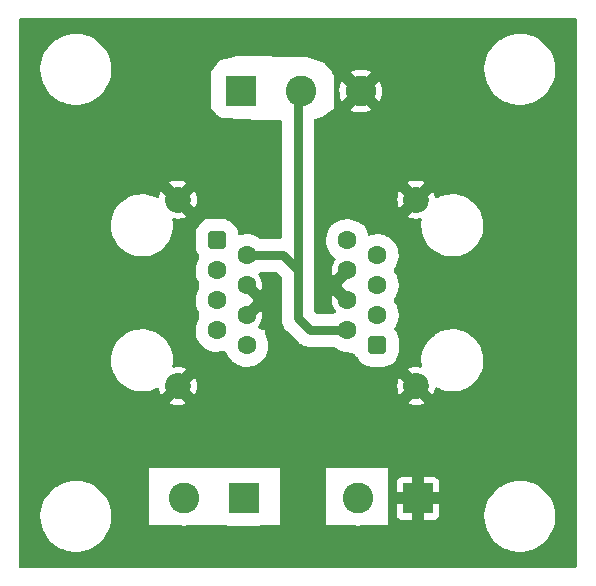
<source format=gbr>
%TF.GenerationSoftware,KiCad,Pcbnew,(6.0.5-0)*%
%TF.CreationDate,2024-08-31T21:20:09+10:00*%
%TF.ProjectId,AAInterceptor,4141496e-7465-4726-9365-70746f722e6b,rev?*%
%TF.SameCoordinates,Original*%
%TF.FileFunction,Copper,L2,Bot*%
%TF.FilePolarity,Positive*%
%FSLAX46Y46*%
G04 Gerber Fmt 4.6, Leading zero omitted, Abs format (unit mm)*
G04 Created by KiCad (PCBNEW (6.0.5-0)) date 2024-08-31 21:20:09*
%MOMM*%
%LPD*%
G01*
G04 APERTURE LIST*
G04 Aperture macros list*
%AMRoundRect*
0 Rectangle with rounded corners*
0 $1 Rounding radius*
0 $2 $3 $4 $5 $6 $7 $8 $9 X,Y pos of 4 corners*
0 Add a 4 corners polygon primitive as box body*
4,1,4,$2,$3,$4,$5,$6,$7,$8,$9,$2,$3,0*
0 Add four circle primitives for the rounded corners*
1,1,$1+$1,$2,$3*
1,1,$1+$1,$4,$5*
1,1,$1+$1,$6,$7*
1,1,$1+$1,$8,$9*
0 Add four rect primitives between the rounded corners*
20,1,$1+$1,$2,$3,$4,$5,0*
20,1,$1+$1,$4,$5,$6,$7,0*
20,1,$1+$1,$6,$7,$8,$9,0*
20,1,$1+$1,$8,$9,$2,$3,0*%
G04 Aperture macros list end*
%TA.AperFunction,ComponentPad*%
%ADD10R,2.600000X2.600000*%
%TD*%
%TA.AperFunction,ComponentPad*%
%ADD11C,2.600000*%
%TD*%
%TA.AperFunction,ComponentPad*%
%ADD12RoundRect,0.400000X0.400000X-0.400000X0.400000X0.400000X-0.400000X0.400000X-0.400000X-0.400000X0*%
%TD*%
%TA.AperFunction,ComponentPad*%
%ADD13C,1.600000*%
%TD*%
%TA.AperFunction,ComponentPad*%
%ADD14C,2.200000*%
%TD*%
%TA.AperFunction,ComponentPad*%
%ADD15RoundRect,0.400000X-0.400000X0.400000X-0.400000X-0.400000X0.400000X-0.400000X0.400000X0.400000X0*%
%TD*%
%TA.AperFunction,Conductor*%
%ADD16C,0.760000*%
%TD*%
G04 APERTURE END LIST*
D10*
%TO.P,J5,1,Pin_1*%
%TO.N,Net-(J2-Pad2)*%
X37592000Y-55372000D03*
D11*
%TO.P,J5,2,Pin_2*%
%TO.N,/14V2*%
X32512000Y-55372000D03*
%TD*%
D10*
%TO.P,J4,1,Pin_1*%
%TO.N,/B*%
X37333000Y-20879000D03*
D11*
%TO.P,J4,2,Pin_2*%
%TO.N,/A*%
X42413000Y-20879000D03*
%TO.P,J4,3,Pin_3*%
%TO.N,GND*%
X47493000Y-20879000D03*
%TD*%
D10*
%TO.P,J2,1,Pin_1*%
%TO.N,GND*%
X52324000Y-55372000D03*
D11*
%TO.P,J2,2,Pin_2*%
%TO.N,Net-(J2-Pad2)*%
X47244000Y-55372000D03*
%TD*%
D12*
%TO.P,J3,1*%
%TO.N,/B*%
X48895000Y-42418000D03*
D13*
%TO.P,J3,2*%
%TO.N,/A*%
X46355000Y-41148000D03*
%TO.P,J3,3*%
%TO.N,unconnected-(J3-Pad3)*%
X48895000Y-39878000D03*
%TO.P,J3,4*%
%TO.N,GND*%
X46355000Y-38608000D03*
%TO.P,J3,5*%
%TO.N,Net-(J2-Pad2)*%
X48895000Y-37338000D03*
%TO.P,J3,6*%
%TO.N,GND*%
X46355000Y-36068000D03*
%TO.P,J3,7*%
%TO.N,unconnected-(J3-Pad7)*%
X48895000Y-34798000D03*
%TO.P,J3,8*%
%TO.N,unconnected-(J3-Pad8)*%
X46355000Y-33528000D03*
D14*
%TO.P,J3,SH*%
%TO.N,GND*%
X52195000Y-45873000D03*
X52195000Y-30073000D03*
%TD*%
D15*
%TO.P,J1,1*%
%TO.N,/B*%
X35306000Y-33528000D03*
D13*
%TO.P,J1,2*%
%TO.N,/A*%
X37846000Y-34798000D03*
%TO.P,J1,3*%
%TO.N,unconnected-(J1-Pad3)*%
X35306000Y-36068000D03*
%TO.P,J1,4*%
%TO.N,GND*%
X37846000Y-37338000D03*
%TO.P,J1,5*%
%TO.N,/14V2*%
X35306000Y-38608000D03*
%TO.P,J1,6*%
%TO.N,GND*%
X37846000Y-39878000D03*
%TO.P,J1,7*%
%TO.N,unconnected-(J1-Pad7)*%
X35306000Y-41148000D03*
%TO.P,J1,8*%
%TO.N,unconnected-(J1-Pad8)*%
X37846000Y-42418000D03*
D14*
%TO.P,J1,SH*%
%TO.N,GND*%
X32006000Y-45873000D03*
X32006000Y-30073000D03*
%TD*%
D16*
%TO.N,/A*%
X42164000Y-36068000D02*
X40894000Y-34798000D01*
X43180000Y-41148000D02*
X42164000Y-40132000D01*
X42164000Y-40132000D02*
X42164000Y-36068000D01*
X46355000Y-41148000D02*
X43180000Y-41148000D01*
X42164000Y-21128000D02*
X42413000Y-20879000D01*
X42164000Y-36068000D02*
X42164000Y-21128000D01*
X40894000Y-34798000D02*
X37846000Y-34798000D01*
%TD*%
%TA.AperFunction,Conductor*%
%TO.N,GND*%
G36*
X65743621Y-14736502D02*
G01*
X65790114Y-14790158D01*
X65801500Y-14842500D01*
X65801500Y-61103500D01*
X65781498Y-61171621D01*
X65727842Y-61218114D01*
X65675500Y-61229500D01*
X18652500Y-61229500D01*
X18584379Y-61209498D01*
X18537886Y-61155842D01*
X18526500Y-61103500D01*
X18526500Y-57021861D01*
X20365051Y-57021861D01*
X20365412Y-57025476D01*
X20365412Y-57025480D01*
X20380669Y-57178328D01*
X20399419Y-57366177D01*
X20400190Y-57369714D01*
X20400191Y-57369719D01*
X20466154Y-57672251D01*
X20473133Y-57704261D01*
X20585217Y-58031633D01*
X20734186Y-58343952D01*
X20918064Y-58637079D01*
X20920334Y-58639913D01*
X20920338Y-58639918D01*
X21055746Y-58808934D01*
X21134415Y-58907129D01*
X21380371Y-59150523D01*
X21652672Y-59364034D01*
X21947709Y-59544832D01*
X21950999Y-59546359D01*
X21951008Y-59546364D01*
X22212601Y-59667791D01*
X22261570Y-59690522D01*
X22265017Y-59691662D01*
X22586652Y-59798033D01*
X22586657Y-59798034D01*
X22590097Y-59799172D01*
X22593652Y-59799908D01*
X22593655Y-59799909D01*
X22925385Y-59868607D01*
X22925388Y-59868607D01*
X22928935Y-59869342D01*
X23060042Y-59881043D01*
X23230440Y-59896251D01*
X23230446Y-59896251D01*
X23233233Y-59896500D01*
X23456189Y-59896500D01*
X23458008Y-59896395D01*
X23458012Y-59896395D01*
X23709833Y-59881875D01*
X23709838Y-59881874D01*
X23713453Y-59881666D01*
X23784067Y-59869342D01*
X24050755Y-59822798D01*
X24050762Y-59822796D01*
X24054328Y-59822174D01*
X24057803Y-59821145D01*
X24057810Y-59821143D01*
X24190582Y-59781814D01*
X24386106Y-59723897D01*
X24464353Y-59690522D01*
X24701051Y-59589562D01*
X24701054Y-59589560D01*
X24704389Y-59588138D01*
X24707536Y-59586343D01*
X24707540Y-59586341D01*
X25001819Y-59418487D01*
X25004959Y-59416696D01*
X25076650Y-59364034D01*
X25108422Y-59340694D01*
X25283832Y-59211843D01*
X25352566Y-59147972D01*
X25534657Y-58978762D01*
X25537312Y-58976295D01*
X25762038Y-58713174D01*
X25955033Y-58425967D01*
X26113739Y-58118482D01*
X26236050Y-57794793D01*
X26270410Y-57658000D01*
X29591000Y-57658000D01*
X32211337Y-57658000D01*
X32219579Y-57658270D01*
X32512000Y-57677436D01*
X32516119Y-57677166D01*
X32804422Y-57658270D01*
X32812663Y-57658000D01*
X36085171Y-57658000D01*
X36108191Y-57660125D01*
X36113913Y-57661766D01*
X36188779Y-57668448D01*
X36231391Y-57672251D01*
X36231397Y-57672251D01*
X36234184Y-57672500D01*
X38949816Y-57672500D01*
X38952603Y-57672251D01*
X38952609Y-57672251D01*
X38995221Y-57668448D01*
X39070087Y-57661766D01*
X39075809Y-57660125D01*
X39098829Y-57658000D01*
X40640000Y-57658000D01*
X44577000Y-57658000D01*
X46943337Y-57658000D01*
X46951579Y-57658270D01*
X47244000Y-57677436D01*
X47248119Y-57677166D01*
X47536422Y-57658270D01*
X47544663Y-57658000D01*
X49784000Y-57658000D01*
X49784000Y-56716669D01*
X50516001Y-56716669D01*
X50516371Y-56723490D01*
X50521895Y-56774352D01*
X50525521Y-56789604D01*
X50570676Y-56910054D01*
X50579214Y-56925649D01*
X50655715Y-57027724D01*
X50668276Y-57040285D01*
X50770351Y-57116786D01*
X50785946Y-57125324D01*
X50906394Y-57170478D01*
X50921649Y-57174105D01*
X50972514Y-57179631D01*
X50979328Y-57180000D01*
X51805885Y-57180000D01*
X51821124Y-57175525D01*
X51822329Y-57174135D01*
X51824000Y-57166452D01*
X51824000Y-57161884D01*
X52824000Y-57161884D01*
X52828475Y-57177123D01*
X52829865Y-57178328D01*
X52837548Y-57179999D01*
X53668669Y-57179999D01*
X53675490Y-57179629D01*
X53726352Y-57174105D01*
X53741604Y-57170479D01*
X53862054Y-57125324D01*
X53877649Y-57116786D01*
X53979724Y-57040285D01*
X53992285Y-57027724D01*
X53996679Y-57021861D01*
X57957051Y-57021861D01*
X57957412Y-57025476D01*
X57957412Y-57025480D01*
X57972669Y-57178328D01*
X57991419Y-57366177D01*
X57992190Y-57369714D01*
X57992191Y-57369719D01*
X58058154Y-57672251D01*
X58065133Y-57704261D01*
X58177217Y-58031633D01*
X58326186Y-58343952D01*
X58510064Y-58637079D01*
X58512334Y-58639913D01*
X58512338Y-58639918D01*
X58647746Y-58808934D01*
X58726415Y-58907129D01*
X58972371Y-59150523D01*
X59244672Y-59364034D01*
X59539709Y-59544832D01*
X59542999Y-59546359D01*
X59543008Y-59546364D01*
X59804601Y-59667791D01*
X59853570Y-59690522D01*
X59857017Y-59691662D01*
X60178652Y-59798033D01*
X60178657Y-59798034D01*
X60182097Y-59799172D01*
X60185652Y-59799908D01*
X60185655Y-59799909D01*
X60517385Y-59868607D01*
X60517388Y-59868607D01*
X60520935Y-59869342D01*
X60652042Y-59881043D01*
X60822440Y-59896251D01*
X60822446Y-59896251D01*
X60825233Y-59896500D01*
X61048189Y-59896500D01*
X61050008Y-59896395D01*
X61050012Y-59896395D01*
X61301833Y-59881875D01*
X61301838Y-59881874D01*
X61305453Y-59881666D01*
X61376067Y-59869342D01*
X61642755Y-59822798D01*
X61642762Y-59822796D01*
X61646328Y-59822174D01*
X61649803Y-59821145D01*
X61649810Y-59821143D01*
X61782582Y-59781814D01*
X61978106Y-59723897D01*
X62056353Y-59690522D01*
X62293051Y-59589562D01*
X62293054Y-59589560D01*
X62296389Y-59588138D01*
X62299536Y-59586343D01*
X62299540Y-59586341D01*
X62593819Y-59418487D01*
X62596959Y-59416696D01*
X62668650Y-59364034D01*
X62700422Y-59340695D01*
X62875832Y-59211843D01*
X62944566Y-59147972D01*
X63126657Y-58978762D01*
X63129312Y-58976295D01*
X63354038Y-58713174D01*
X63547033Y-58425967D01*
X63705739Y-58118482D01*
X63828050Y-57794793D01*
X63912348Y-57459190D01*
X63949104Y-57179999D01*
X63957039Y-57119728D01*
X63957040Y-57119720D01*
X63957513Y-57116124D01*
X63962949Y-56770139D01*
X63928581Y-56425823D01*
X63854867Y-56087739D01*
X63742783Y-55760367D01*
X63593814Y-55448048D01*
X63409936Y-55154921D01*
X63348973Y-55078826D01*
X63195856Y-54887706D01*
X63193585Y-54884871D01*
X62947629Y-54641477D01*
X62675328Y-54427966D01*
X62380291Y-54247168D01*
X62377001Y-54245641D01*
X62376992Y-54245636D01*
X62069728Y-54103009D01*
X62066430Y-54101478D01*
X61969819Y-54069527D01*
X61741348Y-53993967D01*
X61741343Y-53993966D01*
X61737903Y-53992828D01*
X61734348Y-53992092D01*
X61734345Y-53992091D01*
X61402615Y-53923393D01*
X61402612Y-53923393D01*
X61399065Y-53922658D01*
X61245167Y-53908923D01*
X61097560Y-53895749D01*
X61097554Y-53895749D01*
X61094767Y-53895500D01*
X60871811Y-53895500D01*
X60869992Y-53895605D01*
X60869988Y-53895605D01*
X60618167Y-53910125D01*
X60618162Y-53910126D01*
X60614547Y-53910334D01*
X60610978Y-53910957D01*
X60610977Y-53910957D01*
X60277245Y-53969202D01*
X60277238Y-53969204D01*
X60273672Y-53969826D01*
X60270197Y-53970855D01*
X60270190Y-53970857D01*
X60196018Y-53992828D01*
X59941894Y-54068103D01*
X59938558Y-54069526D01*
X59938555Y-54069527D01*
X59626949Y-54202438D01*
X59626946Y-54202440D01*
X59623611Y-54203862D01*
X59620464Y-54205657D01*
X59620460Y-54205659D01*
X59550373Y-54245636D01*
X59323041Y-54375304D01*
X59320129Y-54377443D01*
X59320126Y-54377445D01*
X59248301Y-54430206D01*
X59044168Y-54580157D01*
X59041515Y-54582623D01*
X59041513Y-54582624D01*
X58917428Y-54697931D01*
X58790688Y-54815705D01*
X58788336Y-54818459D01*
X58788333Y-54818462D01*
X58733795Y-54882318D01*
X58565962Y-55078826D01*
X58372967Y-55366033D01*
X58214261Y-55673518D01*
X58091950Y-55997207D01*
X58007652Y-56332810D01*
X57962487Y-56675876D01*
X57957051Y-57021861D01*
X53996679Y-57021861D01*
X54068786Y-56925649D01*
X54077324Y-56910054D01*
X54122478Y-56789606D01*
X54126105Y-56774351D01*
X54131631Y-56723486D01*
X54132000Y-56716672D01*
X54132000Y-55890115D01*
X54127525Y-55874876D01*
X54126135Y-55873671D01*
X54118452Y-55872000D01*
X52842115Y-55872000D01*
X52826876Y-55876475D01*
X52825671Y-55877865D01*
X52824000Y-55885548D01*
X52824000Y-57161884D01*
X51824000Y-57161884D01*
X51824000Y-55890115D01*
X51819525Y-55874876D01*
X51818135Y-55873671D01*
X51810452Y-55872000D01*
X50534116Y-55872000D01*
X50518877Y-55876475D01*
X50517672Y-55877865D01*
X50516001Y-55885548D01*
X50516001Y-56716669D01*
X49784000Y-56716669D01*
X49784000Y-54853885D01*
X50516000Y-54853885D01*
X50520475Y-54869124D01*
X50521865Y-54870329D01*
X50529548Y-54872000D01*
X51805885Y-54872000D01*
X51821124Y-54867525D01*
X51822329Y-54866135D01*
X51824000Y-54858452D01*
X51824000Y-54853885D01*
X52824000Y-54853885D01*
X52828475Y-54869124D01*
X52829865Y-54870329D01*
X52837548Y-54872000D01*
X54113884Y-54872000D01*
X54129123Y-54867525D01*
X54130328Y-54866135D01*
X54131999Y-54858452D01*
X54131999Y-54027331D01*
X54131629Y-54020510D01*
X54126105Y-53969648D01*
X54122479Y-53954396D01*
X54077324Y-53833946D01*
X54068786Y-53818351D01*
X53992285Y-53716276D01*
X53979724Y-53703715D01*
X53877649Y-53627214D01*
X53862054Y-53618676D01*
X53741606Y-53573522D01*
X53726351Y-53569895D01*
X53675486Y-53564369D01*
X53668672Y-53564000D01*
X52842115Y-53564000D01*
X52826876Y-53568475D01*
X52825671Y-53569865D01*
X52824000Y-53577548D01*
X52824000Y-54853885D01*
X51824000Y-54853885D01*
X51824000Y-53582116D01*
X51819525Y-53566877D01*
X51818135Y-53565672D01*
X51810452Y-53564001D01*
X50979331Y-53564001D01*
X50972510Y-53564371D01*
X50921648Y-53569895D01*
X50906396Y-53573521D01*
X50785946Y-53618676D01*
X50770351Y-53627214D01*
X50668276Y-53703715D01*
X50655715Y-53716276D01*
X50579214Y-53818351D01*
X50570676Y-53833946D01*
X50525522Y-53954394D01*
X50521895Y-53969649D01*
X50516369Y-54020514D01*
X50516000Y-54027328D01*
X50516000Y-54853885D01*
X49784000Y-54853885D01*
X49784000Y-52832000D01*
X44577000Y-52832000D01*
X44577000Y-57658000D01*
X40640000Y-57658000D01*
X40640000Y-52832000D01*
X29591000Y-52832000D01*
X29591000Y-57658000D01*
X26270410Y-57658000D01*
X26320348Y-57459190D01*
X26357104Y-57179999D01*
X26365039Y-57119728D01*
X26365040Y-57119720D01*
X26365513Y-57116124D01*
X26370949Y-56770139D01*
X26336581Y-56425823D01*
X26262867Y-56087739D01*
X26150783Y-55760367D01*
X26001814Y-55448048D01*
X25817936Y-55154921D01*
X25756973Y-55078826D01*
X25603856Y-54887706D01*
X25601585Y-54884871D01*
X25355629Y-54641477D01*
X25083328Y-54427966D01*
X24788291Y-54247168D01*
X24785001Y-54245641D01*
X24784992Y-54245636D01*
X24477728Y-54103009D01*
X24474430Y-54101478D01*
X24377819Y-54069527D01*
X24149348Y-53993967D01*
X24149343Y-53993966D01*
X24145903Y-53992828D01*
X24142348Y-53992092D01*
X24142345Y-53992091D01*
X23810615Y-53923393D01*
X23810612Y-53923393D01*
X23807065Y-53922658D01*
X23653167Y-53908923D01*
X23505560Y-53895749D01*
X23505554Y-53895749D01*
X23502767Y-53895500D01*
X23279811Y-53895500D01*
X23277992Y-53895605D01*
X23277988Y-53895605D01*
X23026167Y-53910125D01*
X23026162Y-53910126D01*
X23022547Y-53910334D01*
X23018978Y-53910957D01*
X23018977Y-53910957D01*
X22685245Y-53969202D01*
X22685238Y-53969204D01*
X22681672Y-53969826D01*
X22678197Y-53970855D01*
X22678190Y-53970857D01*
X22604018Y-53992828D01*
X22349894Y-54068103D01*
X22346558Y-54069526D01*
X22346555Y-54069527D01*
X22034949Y-54202438D01*
X22034946Y-54202440D01*
X22031611Y-54203862D01*
X22028464Y-54205657D01*
X22028460Y-54205659D01*
X21958373Y-54245636D01*
X21731041Y-54375304D01*
X21728129Y-54377443D01*
X21728126Y-54377445D01*
X21656301Y-54430206D01*
X21452168Y-54580157D01*
X21449515Y-54582623D01*
X21449513Y-54582624D01*
X21325428Y-54697931D01*
X21198688Y-54815705D01*
X21196336Y-54818459D01*
X21196333Y-54818462D01*
X21141795Y-54882318D01*
X20973962Y-55078826D01*
X20780967Y-55366033D01*
X20622261Y-55673518D01*
X20499950Y-55997207D01*
X20415652Y-56332810D01*
X20370487Y-56675876D01*
X20365051Y-57021861D01*
X18526500Y-57021861D01*
X18526500Y-47310385D01*
X31281341Y-47310385D01*
X31284530Y-47314645D01*
X31502991Y-47405134D01*
X31512376Y-47408183D01*
X31748863Y-47464959D01*
X31758610Y-47466502D01*
X32001070Y-47485584D01*
X32010930Y-47485584D01*
X32253390Y-47466502D01*
X32263137Y-47464959D01*
X32499624Y-47408183D01*
X32509009Y-47405134D01*
X32719974Y-47317750D01*
X32729113Y-47310385D01*
X51470341Y-47310385D01*
X51473530Y-47314645D01*
X51691991Y-47405134D01*
X51701376Y-47408183D01*
X51937863Y-47464959D01*
X51947610Y-47466502D01*
X52190070Y-47485584D01*
X52199930Y-47485584D01*
X52442390Y-47466502D01*
X52452137Y-47464959D01*
X52688624Y-47408183D01*
X52698009Y-47405134D01*
X52908974Y-47317750D01*
X52919955Y-47308901D01*
X52918639Y-47303745D01*
X52207808Y-46592915D01*
X52193870Y-46585304D01*
X52192034Y-46585436D01*
X52185422Y-46589685D01*
X51477100Y-47298006D01*
X51470341Y-47310385D01*
X32729113Y-47310385D01*
X32730955Y-47308901D01*
X32729639Y-47303745D01*
X32018808Y-46592915D01*
X32004870Y-46585304D01*
X32003034Y-46585436D01*
X31996422Y-46589685D01*
X31288100Y-47298006D01*
X31281341Y-47310385D01*
X18526500Y-47310385D01*
X18526500Y-43733908D01*
X26325912Y-43733908D01*
X26326214Y-43737743D01*
X26343027Y-43951370D01*
X26351111Y-44054093D01*
X26415143Y-44368821D01*
X26517053Y-44673399D01*
X26655322Y-44963286D01*
X26827890Y-45234163D01*
X26830333Y-45237126D01*
X26830334Y-45237128D01*
X26978195Y-45416497D01*
X27032182Y-45481989D01*
X27265154Y-45703071D01*
X27523333Y-45894114D01*
X27663101Y-45973191D01*
X27799513Y-46050369D01*
X27799517Y-46050371D01*
X27802870Y-46052268D01*
X28099597Y-46175176D01*
X28203008Y-46203855D01*
X28405375Y-46259977D01*
X28405383Y-46259979D01*
X28409091Y-46261007D01*
X28726738Y-46308479D01*
X28730036Y-46308623D01*
X28840359Y-46313440D01*
X28840363Y-46313440D01*
X28841735Y-46313500D01*
X29037571Y-46313500D01*
X29276576Y-46298882D01*
X29280359Y-46298181D01*
X29280366Y-46298180D01*
X29477859Y-46261576D01*
X29592373Y-46240352D01*
X29774518Y-46182922D01*
X29895011Y-46144931D01*
X29895014Y-46144930D01*
X29898683Y-46143773D01*
X29902180Y-46142179D01*
X29902186Y-46142177D01*
X30187432Y-46012183D01*
X30187436Y-46012181D01*
X30190940Y-46010584D01*
X30218745Y-45993545D01*
X30287278Y-45975007D01*
X30354955Y-45996463D01*
X30400288Y-46051102D01*
X30410192Y-46091093D01*
X30412498Y-46120389D01*
X30414041Y-46130137D01*
X30470817Y-46366624D01*
X30473866Y-46376009D01*
X30561250Y-46586974D01*
X30570099Y-46597955D01*
X30575255Y-46596639D01*
X31297763Y-45874130D01*
X32718304Y-45874130D01*
X32718436Y-45875966D01*
X32722685Y-45882578D01*
X33431006Y-46590900D01*
X33443385Y-46597659D01*
X33447645Y-46594470D01*
X33538134Y-46376009D01*
X33541183Y-46366624D01*
X33597959Y-46130137D01*
X33599502Y-46120390D01*
X33618584Y-45877930D01*
X50582416Y-45877930D01*
X50601498Y-46120390D01*
X50603041Y-46130137D01*
X50659817Y-46366624D01*
X50662866Y-46376009D01*
X50750250Y-46586974D01*
X50759099Y-46597955D01*
X50764255Y-46596639D01*
X51475085Y-45885808D01*
X51482696Y-45871870D01*
X51482564Y-45870034D01*
X51478315Y-45863422D01*
X50769994Y-45155100D01*
X50757615Y-45148341D01*
X50753355Y-45151530D01*
X50662866Y-45369991D01*
X50659817Y-45379376D01*
X50603041Y-45615863D01*
X50601498Y-45625610D01*
X50582416Y-45868070D01*
X50582416Y-45877930D01*
X33618584Y-45877930D01*
X33618584Y-45868070D01*
X33599502Y-45625610D01*
X33597959Y-45615863D01*
X33541183Y-45379376D01*
X33538134Y-45369991D01*
X33450750Y-45159026D01*
X33441901Y-45148045D01*
X33436745Y-45149361D01*
X32725915Y-45860192D01*
X32718304Y-45874130D01*
X31297763Y-45874130D01*
X32006000Y-45165893D01*
X32723899Y-44447995D01*
X32729849Y-44437099D01*
X51470045Y-44437099D01*
X51471361Y-44442255D01*
X52195000Y-45165893D01*
X53620009Y-46590903D01*
X53632384Y-46597660D01*
X53636644Y-46594471D01*
X53727134Y-46376009D01*
X53730183Y-46366624D01*
X53786959Y-46130137D01*
X53788502Y-46120391D01*
X53791050Y-46088021D01*
X53816336Y-46021680D01*
X53873474Y-45979541D01*
X53944324Y-45974982D01*
X53978701Y-45988240D01*
X54091870Y-46052268D01*
X54388597Y-46175176D01*
X54492008Y-46203855D01*
X54694375Y-46259977D01*
X54694383Y-46259979D01*
X54698091Y-46261007D01*
X55015738Y-46308479D01*
X55019036Y-46308623D01*
X55129359Y-46313440D01*
X55129363Y-46313440D01*
X55130735Y-46313500D01*
X55326571Y-46313500D01*
X55565576Y-46298882D01*
X55569359Y-46298181D01*
X55569366Y-46298180D01*
X55766859Y-46261576D01*
X55881373Y-46240352D01*
X56063518Y-46182922D01*
X56184011Y-46144931D01*
X56184014Y-46144930D01*
X56187683Y-46143773D01*
X56191180Y-46142179D01*
X56191186Y-46142177D01*
X56476432Y-46012183D01*
X56476436Y-46012181D01*
X56479940Y-46010584D01*
X56483222Y-46008573D01*
X56750509Y-45844779D01*
X56750512Y-45844777D01*
X56753787Y-45842770D01*
X56756791Y-45840380D01*
X56756796Y-45840377D01*
X57002130Y-45645229D01*
X57002129Y-45645229D01*
X57005141Y-45642834D01*
X57031646Y-45615863D01*
X57227561Y-45416497D01*
X57230255Y-45413756D01*
X57370551Y-45230919D01*
X57423424Y-45162014D01*
X57423426Y-45162010D01*
X57425774Y-45158951D01*
X57588783Y-44882217D01*
X57716851Y-44587680D01*
X57808070Y-44279731D01*
X57861079Y-43962961D01*
X57875088Y-43642092D01*
X57849889Y-43321907D01*
X57785857Y-43007179D01*
X57707613Y-42773331D01*
X57685167Y-42706246D01*
X57685165Y-42706240D01*
X57683947Y-42702601D01*
X57545678Y-42412714D01*
X57542382Y-42407539D01*
X57458139Y-42275305D01*
X57373110Y-42141837D01*
X57370666Y-42138872D01*
X57171261Y-41896974D01*
X57171257Y-41896969D01*
X57168818Y-41894011D01*
X56935846Y-41672929D01*
X56677667Y-41481886D01*
X56475361Y-41367427D01*
X56401487Y-41325631D01*
X56401483Y-41325629D01*
X56398130Y-41323732D01*
X56101403Y-41200824D01*
X55989070Y-41169671D01*
X55795625Y-41116023D01*
X55795617Y-41116021D01*
X55791909Y-41114993D01*
X55474262Y-41067521D01*
X55470964Y-41067377D01*
X55360641Y-41062560D01*
X55360637Y-41062560D01*
X55359265Y-41062500D01*
X55163429Y-41062500D01*
X54924424Y-41077118D01*
X54920641Y-41077819D01*
X54920634Y-41077820D01*
X54790967Y-41101853D01*
X54608627Y-41135648D01*
X54448715Y-41186068D01*
X54305989Y-41231069D01*
X54305986Y-41231070D01*
X54302317Y-41232227D01*
X54298820Y-41233821D01*
X54298814Y-41233823D01*
X54013568Y-41363817D01*
X54013564Y-41363819D01*
X54010060Y-41365416D01*
X54006781Y-41367426D01*
X54006778Y-41367427D01*
X53815118Y-41484877D01*
X53736213Y-41533230D01*
X53733209Y-41535620D01*
X53733204Y-41535623D01*
X53563464Y-41670641D01*
X53484859Y-41733166D01*
X53259745Y-41962244D01*
X53257400Y-41965300D01*
X53070068Y-42209436D01*
X53064226Y-42217049D01*
X52957943Y-42397481D01*
X52905446Y-42486604D01*
X52901217Y-42493783D01*
X52773149Y-42788320D01*
X52681930Y-43096269D01*
X52628921Y-43413039D01*
X52614912Y-43733908D01*
X52640111Y-44054093D01*
X52658878Y-44146335D01*
X52652858Y-44217073D01*
X52609549Y-44273330D01*
X52542700Y-44297241D01*
X52505993Y-44293971D01*
X52452137Y-44281041D01*
X52442390Y-44279498D01*
X52199930Y-44260416D01*
X52190070Y-44260416D01*
X51947610Y-44279498D01*
X51937863Y-44281041D01*
X51701376Y-44337817D01*
X51691991Y-44340866D01*
X51481026Y-44428250D01*
X51470045Y-44437099D01*
X32729849Y-44437099D01*
X32730659Y-44435615D01*
X32727471Y-44431356D01*
X32509009Y-44340866D01*
X32499624Y-44337817D01*
X32263137Y-44281041D01*
X32253390Y-44279498D01*
X32010930Y-44260416D01*
X32001070Y-44260416D01*
X31758610Y-44279498D01*
X31748863Y-44281041D01*
X31694328Y-44294134D01*
X31623420Y-44290587D01*
X31565686Y-44249267D01*
X31539456Y-44183293D01*
X31540642Y-44150819D01*
X31544734Y-44126370D01*
X31572079Y-43962961D01*
X31586088Y-43642092D01*
X31560889Y-43321907D01*
X31496857Y-43007179D01*
X31418613Y-42773331D01*
X31396167Y-42706246D01*
X31396165Y-42706240D01*
X31394947Y-42702601D01*
X31256678Y-42412714D01*
X31253382Y-42407539D01*
X31169139Y-42275305D01*
X31084110Y-42141837D01*
X31081666Y-42138872D01*
X30882261Y-41896974D01*
X30882257Y-41896969D01*
X30879818Y-41894011D01*
X30646846Y-41672929D01*
X30388667Y-41481886D01*
X30186361Y-41367427D01*
X30112487Y-41325631D01*
X30112483Y-41325629D01*
X30109130Y-41323732D01*
X29812403Y-41200824D01*
X29700070Y-41169671D01*
X29506625Y-41116023D01*
X29506617Y-41116021D01*
X29502909Y-41114993D01*
X29407512Y-41100736D01*
X33501070Y-41100736D01*
X33501294Y-41105403D01*
X33501294Y-41105408D01*
X33506337Y-41210390D01*
X33513909Y-41368041D01*
X33566118Y-41630512D01*
X33567698Y-41634912D01*
X33567698Y-41634913D01*
X33580526Y-41670641D01*
X33656549Y-41882383D01*
X33658765Y-41886507D01*
X33767754Y-42089346D01*
X33783215Y-42118121D01*
X33786010Y-42121864D01*
X33786012Y-42121867D01*
X33907073Y-42283987D01*
X33943335Y-42332547D01*
X33946642Y-42335825D01*
X33946647Y-42335831D01*
X34116924Y-42504627D01*
X34133390Y-42520950D01*
X34137157Y-42523712D01*
X34137158Y-42523713D01*
X34224792Y-42587969D01*
X34255124Y-42619687D01*
X34290000Y-42672000D01*
X34404528Y-42710176D01*
X34423344Y-42718198D01*
X34520555Y-42769344D01*
X34581896Y-42801617D01*
X34586039Y-42803797D01*
X34590458Y-42805340D01*
X34834273Y-42890484D01*
X34834279Y-42890486D01*
X34838690Y-42892026D01*
X35101606Y-42941943D01*
X35225663Y-42946817D01*
X35364345Y-42952266D01*
X35364350Y-42952266D01*
X35369013Y-42952449D01*
X35603679Y-42926749D01*
X35617396Y-42926000D01*
X36015810Y-42926000D01*
X36083931Y-42946002D01*
X36104905Y-42962905D01*
X36121790Y-42979790D01*
X36151283Y-43026307D01*
X36196549Y-43152383D01*
X36198765Y-43156507D01*
X36266982Y-43283465D01*
X36323215Y-43388121D01*
X36326010Y-43391864D01*
X36326012Y-43391867D01*
X36410199Y-43504607D01*
X36483335Y-43602547D01*
X36486642Y-43605825D01*
X36486647Y-43605831D01*
X36619716Y-43737743D01*
X36673390Y-43790950D01*
X36889205Y-43949192D01*
X36893340Y-43951368D01*
X36893344Y-43951370D01*
X37022918Y-44019542D01*
X37126039Y-44073797D01*
X37195419Y-44098025D01*
X37374273Y-44160484D01*
X37374279Y-44160486D01*
X37378690Y-44162026D01*
X37641606Y-44211943D01*
X37768616Y-44216933D01*
X37904345Y-44222266D01*
X37904350Y-44222266D01*
X37909013Y-44222449D01*
X38004943Y-44211943D01*
X38170382Y-44193825D01*
X38170387Y-44193824D01*
X38175035Y-44193315D01*
X38290567Y-44162898D01*
X38429309Y-44126370D01*
X38433829Y-44125180D01*
X38590517Y-44057862D01*
X38675407Y-44021391D01*
X38675410Y-44021389D01*
X38679710Y-44019542D01*
X38683690Y-44017079D01*
X38683694Y-44017077D01*
X38903302Y-43881179D01*
X38903306Y-43881176D01*
X38907275Y-43878720D01*
X38991035Y-43807812D01*
X39107960Y-43708828D01*
X39107961Y-43708827D01*
X39111526Y-43705809D01*
X39164031Y-43645939D01*
X39284894Y-43508122D01*
X39284898Y-43508117D01*
X39287976Y-43504607D01*
X39290506Y-43500674D01*
X39430219Y-43283465D01*
X39430222Y-43283460D01*
X39432747Y-43279534D01*
X39542661Y-43035534D01*
X39552754Y-42999747D01*
X39614032Y-42782473D01*
X39614033Y-42782470D01*
X39615302Y-42777969D01*
X39646749Y-42530780D01*
X39648677Y-42515625D01*
X39648677Y-42515621D01*
X39649075Y-42512495D01*
X39649273Y-42504952D01*
X39650460Y-42459599D01*
X39651549Y-42418000D01*
X39642024Y-42289819D01*
X39632064Y-42155788D01*
X39632063Y-42155784D01*
X39631717Y-42151123D01*
X39628575Y-42137235D01*
X39580820Y-41926192D01*
X39572655Y-41890109D01*
X39565052Y-41870558D01*
X39477355Y-41645044D01*
X39477354Y-41645042D01*
X39475662Y-41640691D01*
X39386607Y-41484877D01*
X39370000Y-41422354D01*
X39370000Y-41148000D01*
X39173789Y-41148000D01*
X39105668Y-41127998D01*
X39087456Y-41113775D01*
X38985670Y-41018024D01*
X38985667Y-41018022D01*
X38982269Y-41014825D01*
X38978433Y-41012164D01*
X38978427Y-41012159D01*
X38856272Y-40927416D01*
X38811702Y-40872153D01*
X38804085Y-40801566D01*
X38838997Y-40734794D01*
X38847916Y-40725875D01*
X38854972Y-40717467D01*
X38979931Y-40539007D01*
X38985414Y-40529511D01*
X39077490Y-40332053D01*
X39081236Y-40321761D01*
X39137625Y-40111312D01*
X39139528Y-40100519D01*
X39158517Y-39883475D01*
X39158517Y-39872525D01*
X39139528Y-39655481D01*
X39137625Y-39644688D01*
X39081237Y-39434244D01*
X39077487Y-39423940D01*
X39062780Y-39392401D01*
X39053461Y-39381816D01*
X39047483Y-39383623D01*
X37935095Y-40496012D01*
X37872783Y-40530037D01*
X37801968Y-40524973D01*
X37756905Y-40496012D01*
X37227988Y-39967095D01*
X37193962Y-39904783D01*
X37199027Y-39833968D01*
X37227988Y-39788905D01*
X38335208Y-38681686D01*
X38342820Y-38667745D01*
X38341645Y-38651309D01*
X38329895Y-38619808D01*
X38334401Y-38576278D01*
X38342699Y-38547166D01*
X38340377Y-38539483D01*
X37227988Y-37427095D01*
X37193963Y-37364783D01*
X37199027Y-37293968D01*
X37227988Y-37248905D01*
X37756905Y-36719988D01*
X37819217Y-36685962D01*
X37890032Y-36691027D01*
X37935095Y-36719988D01*
X39042314Y-37827208D01*
X39054691Y-37833967D01*
X39059691Y-37830224D01*
X39077487Y-37792060D01*
X39081237Y-37781756D01*
X39137625Y-37571312D01*
X39139528Y-37560519D01*
X39158517Y-37343475D01*
X39158517Y-37332525D01*
X39139528Y-37115481D01*
X39137625Y-37104688D01*
X39081236Y-36894239D01*
X39077490Y-36883947D01*
X38985414Y-36686489D01*
X38979931Y-36676993D01*
X38854972Y-36498533D01*
X38847916Y-36490125D01*
X38840171Y-36482380D01*
X38806145Y-36420068D01*
X38811210Y-36349253D01*
X38853757Y-36292417D01*
X38862963Y-36286141D01*
X38867440Y-36283371D01*
X38907275Y-36258720D01*
X38966797Y-36208331D01*
X39031711Y-36179584D01*
X39048206Y-36178500D01*
X40269988Y-36178500D01*
X40338109Y-36198502D01*
X40359083Y-36215405D01*
X40746595Y-36602917D01*
X40780621Y-36665229D01*
X40783500Y-36692012D01*
X40783500Y-40078308D01*
X40783185Y-40087207D01*
X40778644Y-40151344D01*
X40779170Y-40156657D01*
X40789142Y-40257460D01*
X40789303Y-40259212D01*
X40798317Y-40365441D01*
X40799658Y-40370608D01*
X40800394Y-40374913D01*
X40801184Y-40379175D01*
X40801709Y-40384485D01*
X40803121Y-40389629D01*
X40829933Y-40487302D01*
X40830372Y-40488946D01*
X40857173Y-40592206D01*
X40859368Y-40597077D01*
X40860830Y-40601229D01*
X40862314Y-40605262D01*
X40863726Y-40610408D01*
X40908890Y-40707043D01*
X40909578Y-40708541D01*
X40953396Y-40805813D01*
X40956372Y-40810234D01*
X40958509Y-40814073D01*
X40960666Y-40817824D01*
X40962922Y-40822650D01*
X41023741Y-40910320D01*
X41024679Y-40911694D01*
X41084234Y-41000154D01*
X41087920Y-41004018D01*
X41091125Y-41008004D01*
X41091478Y-41008510D01*
X41091509Y-41008485D01*
X41094090Y-41011727D01*
X41096461Y-41015145D01*
X41099260Y-41018221D01*
X41111998Y-41032221D01*
X41112012Y-41032235D01*
X41113005Y-41033327D01*
X41174359Y-41094681D01*
X41176433Y-41096803D01*
X41245946Y-41169671D01*
X41250221Y-41172852D01*
X41250227Y-41172857D01*
X41251862Y-41174073D01*
X41265746Y-41186068D01*
X42165874Y-42086196D01*
X42171944Y-42092711D01*
X42214084Y-42141273D01*
X42218210Y-42144656D01*
X42218215Y-42144661D01*
X42296559Y-42208898D01*
X42297911Y-42210023D01*
X42375298Y-42275305D01*
X42375304Y-42275309D01*
X42379384Y-42278751D01*
X42383989Y-42281458D01*
X42387561Y-42283987D01*
X42391119Y-42286432D01*
X42395249Y-42289819D01*
X42399888Y-42292460D01*
X42399890Y-42292461D01*
X42487886Y-42342551D01*
X42489406Y-42343430D01*
X42581349Y-42397481D01*
X42586340Y-42399372D01*
X42590291Y-42401265D01*
X42594217Y-42403079D01*
X42598853Y-42405718D01*
X42603862Y-42407536D01*
X42603868Y-42407539D01*
X42699132Y-42442118D01*
X42700705Y-42442701D01*
X42800431Y-42480484D01*
X42805665Y-42481506D01*
X42809860Y-42482701D01*
X42814061Y-42483835D01*
X42819073Y-42485654D01*
X42824319Y-42486603D01*
X42824324Y-42486604D01*
X42923995Y-42504627D01*
X42925723Y-42504952D01*
X43025128Y-42524364D01*
X43025131Y-42524364D01*
X43030368Y-42525387D01*
X43035704Y-42525513D01*
X43040794Y-42526066D01*
X43041404Y-42526160D01*
X43041407Y-42526136D01*
X43045530Y-42526604D01*
X43049614Y-42527342D01*
X43066222Y-42528125D01*
X43072681Y-42528430D01*
X43072688Y-42528430D01*
X43074169Y-42528500D01*
X43160994Y-42528500D01*
X43163963Y-42528535D01*
X43264582Y-42530906D01*
X43269861Y-42530131D01*
X43269864Y-42530131D01*
X43270972Y-42529968D01*
X43271874Y-42529836D01*
X43290169Y-42528500D01*
X45151443Y-42528500D01*
X45219564Y-42548502D01*
X45225949Y-42552888D01*
X45398205Y-42679192D01*
X45402340Y-42681368D01*
X45402344Y-42681370D01*
X45536268Y-42751831D01*
X45635039Y-42803797D01*
X45639458Y-42805340D01*
X45883273Y-42890484D01*
X45883279Y-42890486D01*
X45887690Y-42892026D01*
X46150606Y-42941943D01*
X46222016Y-42944748D01*
X46274660Y-42946817D01*
X46309558Y-42953186D01*
X46638382Y-43062794D01*
X46961784Y-43170595D01*
X47011033Y-43201033D01*
X47205874Y-43395874D01*
X47226929Y-43425611D01*
X47227417Y-43425324D01*
X47347866Y-43630216D01*
X47501116Y-43811884D01*
X47682784Y-43965134D01*
X47887676Y-44085583D01*
X48109933Y-44169789D01*
X48115165Y-44170811D01*
X48115166Y-44170811D01*
X48224303Y-44192124D01*
X48343200Y-44215343D01*
X48347558Y-44215579D01*
X48399806Y-44218409D01*
X48399821Y-44218409D01*
X48401494Y-44218500D01*
X49388506Y-44218500D01*
X49390179Y-44218409D01*
X49390194Y-44218409D01*
X49442442Y-44215579D01*
X49446800Y-44215343D01*
X49565697Y-44192124D01*
X49674834Y-44170811D01*
X49674835Y-44170811D01*
X49680067Y-44169789D01*
X49902324Y-44085583D01*
X50107216Y-43965134D01*
X50288884Y-43811884D01*
X50442134Y-43630216D01*
X50562583Y-43425324D01*
X50646789Y-43203067D01*
X50692343Y-42969800D01*
X50693899Y-42941072D01*
X50695409Y-42913194D01*
X50695409Y-42913179D01*
X50695500Y-42911506D01*
X50695500Y-41924494D01*
X50692343Y-41866200D01*
X50666363Y-41733166D01*
X50647811Y-41638166D01*
X50647811Y-41638165D01*
X50646789Y-41632933D01*
X50562583Y-41410676D01*
X50442134Y-41205784D01*
X50415384Y-41174073D01*
X50395815Y-41150876D01*
X50354459Y-41101851D01*
X50325825Y-41036887D01*
X50336859Y-40966753D01*
X50344798Y-40952446D01*
X50479219Y-40743465D01*
X50479222Y-40743460D01*
X50481747Y-40739534D01*
X50591661Y-40495534D01*
X50625703Y-40374830D01*
X50663032Y-40242473D01*
X50663033Y-40242470D01*
X50664302Y-40237969D01*
X50698075Y-39972495D01*
X50698217Y-39967095D01*
X50699848Y-39904783D01*
X50700549Y-39878000D01*
X50688288Y-39713002D01*
X50681064Y-39615788D01*
X50681063Y-39615784D01*
X50680717Y-39611123D01*
X50677706Y-39597814D01*
X50631225Y-39392401D01*
X50621655Y-39350109D01*
X50590116Y-39269007D01*
X50526355Y-39105044D01*
X50526354Y-39105042D01*
X50524662Y-39100691D01*
X50391868Y-38868350D01*
X50319050Y-38775981D01*
X50292585Y-38710101D01*
X50292000Y-38697975D01*
X50292000Y-38523316D01*
X50312002Y-38455195D01*
X50323268Y-38440238D01*
X50333894Y-38428122D01*
X50333898Y-38428117D01*
X50336976Y-38424607D01*
X50369085Y-38374688D01*
X50479219Y-38203465D01*
X50479222Y-38203460D01*
X50481747Y-38199534D01*
X50591661Y-37955534D01*
X50625947Y-37833967D01*
X50663032Y-37702473D01*
X50663033Y-37702470D01*
X50664302Y-37697969D01*
X50698075Y-37432495D01*
X50698217Y-37427095D01*
X50699848Y-37364783D01*
X50700549Y-37338000D01*
X50693928Y-37248905D01*
X50681064Y-37075788D01*
X50681063Y-37075784D01*
X50680717Y-37071123D01*
X50670161Y-37024470D01*
X50622686Y-36814666D01*
X50621655Y-36810109D01*
X50569889Y-36676993D01*
X50526355Y-36565044D01*
X50526354Y-36565042D01*
X50524662Y-36560691D01*
X50391868Y-36328350D01*
X50319050Y-36235981D01*
X50292585Y-36170101D01*
X50292000Y-36157975D01*
X50292000Y-35983316D01*
X50312002Y-35915195D01*
X50323268Y-35900238D01*
X50333894Y-35888122D01*
X50333898Y-35888117D01*
X50336976Y-35884607D01*
X50417687Y-35759127D01*
X50479219Y-35663465D01*
X50479222Y-35663460D01*
X50481747Y-35659534D01*
X50591661Y-35415534D01*
X50594070Y-35406993D01*
X50663032Y-35162473D01*
X50663033Y-35162470D01*
X50664302Y-35157969D01*
X50698075Y-34892495D01*
X50700549Y-34798000D01*
X50696255Y-34740216D01*
X50681064Y-34535788D01*
X50681063Y-34535784D01*
X50680717Y-34531123D01*
X50665036Y-34461821D01*
X50622686Y-34274666D01*
X50621655Y-34270109D01*
X50608945Y-34237425D01*
X50526355Y-34025044D01*
X50526354Y-34025042D01*
X50524662Y-34020691D01*
X50505119Y-33986497D01*
X50475268Y-33934270D01*
X50391868Y-33788350D01*
X50226190Y-33578189D01*
X50031269Y-33394825D01*
X49811385Y-33242286D01*
X49806251Y-33239754D01*
X49575559Y-33125989D01*
X49575556Y-33125988D01*
X49571371Y-33123924D01*
X49522931Y-33108418D01*
X49320942Y-33043761D01*
X49320944Y-33043761D01*
X49316497Y-33042338D01*
X49171134Y-33018665D01*
X49056976Y-33000073D01*
X49056975Y-33000073D01*
X49052364Y-32999322D01*
X48918569Y-32997571D01*
X48789451Y-32995880D01*
X48789448Y-32995880D01*
X48784774Y-32995819D01*
X48519605Y-33031907D01*
X48515118Y-33033215D01*
X48515117Y-33033215D01*
X48483817Y-33042338D01*
X48262683Y-33106792D01*
X48258428Y-33108754D01*
X48254056Y-33110388D01*
X48253319Y-33108418D01*
X48191654Y-33117495D01*
X48126974Y-33088218D01*
X48088391Y-33028620D01*
X48086275Y-33020526D01*
X48082686Y-33004666D01*
X48081655Y-33000109D01*
X48063201Y-32952653D01*
X48014567Y-32827592D01*
X48006000Y-32781925D01*
X48006000Y-32766000D01*
X47752000Y-32258000D01*
X47511178Y-32137589D01*
X47491297Y-32124784D01*
X47491269Y-32124825D01*
X47490087Y-32124005D01*
X47271385Y-31972286D01*
X47267194Y-31970219D01*
X47035559Y-31855989D01*
X47035556Y-31855988D01*
X47031371Y-31853924D01*
X46776497Y-31772338D01*
X46525701Y-31731494D01*
X46516976Y-31730073D01*
X46516975Y-31730073D01*
X46512364Y-31729322D01*
X46373184Y-31727500D01*
X46249451Y-31725880D01*
X46249448Y-31725880D01*
X46244774Y-31725819D01*
X45979605Y-31761907D01*
X45975118Y-31763215D01*
X45975117Y-31763215D01*
X45943817Y-31772338D01*
X45722683Y-31836792D01*
X45718430Y-31838752D01*
X45718429Y-31838753D01*
X45675534Y-31858528D01*
X45479652Y-31948831D01*
X45475743Y-31951394D01*
X45259764Y-32092996D01*
X45259759Y-32093000D01*
X45255851Y-32095562D01*
X45223065Y-32124825D01*
X45162309Y-32179051D01*
X45118253Y-32204582D01*
X44975186Y-32252271D01*
X44975185Y-32252272D01*
X44958000Y-32258000D01*
X44953238Y-32267524D01*
X44953237Y-32267525D01*
X44929965Y-32314070D01*
X44704000Y-32766000D01*
X44704000Y-32783690D01*
X44694197Y-32832416D01*
X44649578Y-32938821D01*
X44642755Y-32955091D01*
X44641604Y-32959623D01*
X44641603Y-32959626D01*
X44591304Y-33157680D01*
X44576881Y-33214470D01*
X44550070Y-33480736D01*
X44550294Y-33485403D01*
X44550294Y-33485408D01*
X44554597Y-33574989D01*
X44562909Y-33748041D01*
X44615118Y-34010512D01*
X44616696Y-34014907D01*
X44696588Y-34237425D01*
X44700904Y-34262215D01*
X44704000Y-34275330D01*
X44704000Y-34290000D01*
X44958000Y-34798000D01*
X44971030Y-34804515D01*
X45212483Y-34925242D01*
X45230639Y-34936328D01*
X45346576Y-35021336D01*
X45389684Y-35077747D01*
X45395451Y-35148509D01*
X45361166Y-35212043D01*
X45353084Y-35220125D01*
X45346028Y-35228533D01*
X45221069Y-35406993D01*
X45215586Y-35416489D01*
X45123510Y-35613947D01*
X45119764Y-35624239D01*
X45063375Y-35834688D01*
X45061472Y-35845481D01*
X45042483Y-36062525D01*
X45042483Y-36073475D01*
X45061472Y-36290519D01*
X45063375Y-36301312D01*
X45119763Y-36511756D01*
X45123513Y-36522060D01*
X45138220Y-36553599D01*
X45147539Y-36564184D01*
X45153517Y-36562377D01*
X46265905Y-35449988D01*
X46328217Y-35415963D01*
X46399032Y-35421027D01*
X46444095Y-35449988D01*
X46973012Y-35978905D01*
X47007038Y-36041217D01*
X47001973Y-36112032D01*
X46973012Y-36157095D01*
X45865792Y-37264314D01*
X45858180Y-37278255D01*
X45859355Y-37294691D01*
X45871105Y-37326192D01*
X45866599Y-37369722D01*
X45858301Y-37398834D01*
X45860623Y-37406517D01*
X46973012Y-38518905D01*
X47007037Y-38581217D01*
X47001973Y-38652032D01*
X46973012Y-38697095D01*
X46444095Y-39226012D01*
X46381783Y-39260038D01*
X46310968Y-39254973D01*
X46265905Y-39226012D01*
X45158686Y-38118792D01*
X45146309Y-38112033D01*
X45141309Y-38115776D01*
X45123513Y-38153940D01*
X45119763Y-38164244D01*
X45063375Y-38374688D01*
X45061472Y-38385481D01*
X45042483Y-38602525D01*
X45042483Y-38613475D01*
X45061472Y-38830519D01*
X45063375Y-38841312D01*
X45119764Y-39051761D01*
X45123510Y-39062053D01*
X45215586Y-39259511D01*
X45221069Y-39269007D01*
X45346028Y-39447467D01*
X45353084Y-39455875D01*
X45361896Y-39464687D01*
X45395922Y-39526999D01*
X45390857Y-39597814D01*
X45348310Y-39654650D01*
X45341887Y-39659154D01*
X45255851Y-39715562D01*
X45252363Y-39718675D01*
X45252358Y-39718679D01*
X45233508Y-39735503D01*
X45169367Y-39765941D01*
X45149607Y-39767500D01*
X43804012Y-39767500D01*
X43735891Y-39747498D01*
X43714917Y-39730595D01*
X43581405Y-39597083D01*
X43547379Y-39534771D01*
X43544500Y-39507988D01*
X43544500Y-36121687D01*
X43544815Y-36112788D01*
X43548979Y-36053984D01*
X43548979Y-36053981D01*
X43549356Y-36048656D01*
X43545112Y-36005758D01*
X43544500Y-35993353D01*
X43544500Y-31510384D01*
X51470340Y-31510384D01*
X51473529Y-31514644D01*
X51691991Y-31605134D01*
X51701376Y-31608183D01*
X51937863Y-31664959D01*
X51947610Y-31666502D01*
X52190070Y-31685584D01*
X52199930Y-31685584D01*
X52442390Y-31666502D01*
X52452137Y-31664959D01*
X52506672Y-31651866D01*
X52577580Y-31655413D01*
X52635314Y-31696733D01*
X52661544Y-31762707D01*
X52660358Y-31795178D01*
X52628921Y-31983039D01*
X52614912Y-32303908D01*
X52640111Y-32624093D01*
X52704143Y-32938821D01*
X52748536Y-33071499D01*
X52797932Y-33219127D01*
X52806053Y-33243399D01*
X52944322Y-33533286D01*
X53116890Y-33804163D01*
X53119333Y-33807126D01*
X53119334Y-33807128D01*
X53296054Y-34021506D01*
X53321182Y-34051989D01*
X53554154Y-34273071D01*
X53812333Y-34464114D01*
X53922701Y-34526557D01*
X54088513Y-34620369D01*
X54088517Y-34620371D01*
X54091870Y-34622268D01*
X54388597Y-34745176D01*
X54469599Y-34767640D01*
X54694375Y-34829977D01*
X54694383Y-34829979D01*
X54698091Y-34831007D01*
X55015738Y-34878479D01*
X55019036Y-34878623D01*
X55129359Y-34883440D01*
X55129363Y-34883440D01*
X55130735Y-34883500D01*
X55326571Y-34883500D01*
X55565576Y-34868882D01*
X55569359Y-34868181D01*
X55569366Y-34868180D01*
X55766859Y-34831576D01*
X55881373Y-34810352D01*
X56063518Y-34752922D01*
X56184011Y-34714931D01*
X56184014Y-34714930D01*
X56187683Y-34713773D01*
X56191180Y-34712179D01*
X56191186Y-34712177D01*
X56476432Y-34582183D01*
X56476436Y-34582181D01*
X56479940Y-34580584D01*
X56546296Y-34539921D01*
X56750509Y-34414779D01*
X56750512Y-34414777D01*
X56753787Y-34412770D01*
X56756791Y-34410380D01*
X56756796Y-34410377D01*
X57002130Y-34215229D01*
X57002129Y-34215229D01*
X57005141Y-34212834D01*
X57230255Y-33983756D01*
X57377082Y-33792408D01*
X57423424Y-33732014D01*
X57423426Y-33732010D01*
X57425774Y-33728951D01*
X57588783Y-33452217D01*
X57716851Y-33157680D01*
X57808070Y-32849731D01*
X57861079Y-32532961D01*
X57875088Y-32212092D01*
X57849889Y-31891907D01*
X57785857Y-31577179D01*
X57683947Y-31272601D01*
X57545678Y-30982714D01*
X57373110Y-30711837D01*
X57253406Y-30566624D01*
X57171261Y-30466974D01*
X57171257Y-30466969D01*
X57168818Y-30464011D01*
X56935846Y-30242929D01*
X56677667Y-30051886D01*
X56475361Y-29937427D01*
X56401487Y-29895631D01*
X56401481Y-29895628D01*
X56398130Y-29893732D01*
X56101403Y-29770824D01*
X55997992Y-29742145D01*
X55795625Y-29686023D01*
X55795617Y-29686021D01*
X55791909Y-29684993D01*
X55474262Y-29637521D01*
X55470964Y-29637377D01*
X55360641Y-29632560D01*
X55360637Y-29632560D01*
X55359265Y-29632500D01*
X55163429Y-29632500D01*
X54924424Y-29647118D01*
X54920641Y-29647819D01*
X54920634Y-29647820D01*
X54766525Y-29676383D01*
X54608627Y-29705648D01*
X54426482Y-29763078D01*
X54305989Y-29801069D01*
X54305986Y-29801070D01*
X54302317Y-29802227D01*
X54298820Y-29803821D01*
X54298814Y-29803823D01*
X54013568Y-29933817D01*
X54013564Y-29933819D01*
X54010060Y-29935416D01*
X54006781Y-29937426D01*
X54006778Y-29937427D01*
X53982255Y-29952455D01*
X53913722Y-29970993D01*
X53846045Y-29949537D01*
X53800712Y-29894898D01*
X53790808Y-29854907D01*
X53788502Y-29825611D01*
X53786959Y-29815863D01*
X53730183Y-29579376D01*
X53727134Y-29569991D01*
X53639750Y-29359026D01*
X53630901Y-29348045D01*
X53625745Y-29349361D01*
X52902107Y-30073000D01*
X52195000Y-30780107D01*
X51477097Y-31498009D01*
X51470340Y-31510384D01*
X43544500Y-31510384D01*
X43544500Y-30077930D01*
X50582416Y-30077930D01*
X50601498Y-30320390D01*
X50603041Y-30330137D01*
X50659817Y-30566624D01*
X50662866Y-30576009D01*
X50750250Y-30786974D01*
X50759099Y-30797955D01*
X50764255Y-30796639D01*
X51475085Y-30085808D01*
X51482696Y-30071870D01*
X51482564Y-30070034D01*
X51478315Y-30063422D01*
X50769994Y-29355100D01*
X50757615Y-29348341D01*
X50753355Y-29351530D01*
X50662866Y-29569991D01*
X50659817Y-29579376D01*
X50603041Y-29815863D01*
X50601498Y-29825610D01*
X50582416Y-30068070D01*
X50582416Y-30077930D01*
X43544500Y-30077930D01*
X43544500Y-28637099D01*
X51470045Y-28637099D01*
X51471361Y-28642255D01*
X52182192Y-29353085D01*
X52196130Y-29360696D01*
X52197966Y-29360564D01*
X52204578Y-29356315D01*
X52912900Y-28647994D01*
X52919659Y-28635615D01*
X52916470Y-28631355D01*
X52698009Y-28540866D01*
X52688624Y-28537817D01*
X52452137Y-28481041D01*
X52442390Y-28479498D01*
X52199930Y-28460416D01*
X52190070Y-28460416D01*
X51947610Y-28479498D01*
X51937863Y-28481041D01*
X51701376Y-28537817D01*
X51691991Y-28540866D01*
X51481026Y-28628250D01*
X51470045Y-28637099D01*
X43544500Y-28637099D01*
X43544500Y-23347595D01*
X43564502Y-23279474D01*
X43618158Y-23232981D01*
X43645787Y-23224043D01*
X44196000Y-23114000D01*
X45066580Y-22461065D01*
X46623662Y-22461065D01*
X46628128Y-22467031D01*
X46765905Y-22539519D01*
X46774454Y-22543236D01*
X47019327Y-22628749D01*
X47028336Y-22631163D01*
X47283166Y-22679544D01*
X47292423Y-22680598D01*
X47551607Y-22690783D01*
X47560921Y-22690457D01*
X47818753Y-22662220D01*
X47827930Y-22660519D01*
X48078758Y-22594481D01*
X48087574Y-22591445D01*
X48325888Y-22489058D01*
X48334156Y-22484754D01*
X48354267Y-22472309D01*
X48363681Y-22461812D01*
X48359794Y-22452901D01*
X47505812Y-21598919D01*
X47491868Y-21591305D01*
X47490035Y-21591436D01*
X47483420Y-21595687D01*
X46630422Y-22448685D01*
X46623662Y-22461065D01*
X45066580Y-22461065D01*
X45212000Y-22352000D01*
X45212000Y-20836211D01*
X45680775Y-20836211D01*
X45693220Y-21095288D01*
X45694356Y-21104543D01*
X45744961Y-21358945D01*
X45747449Y-21367917D01*
X45835095Y-21612033D01*
X45838895Y-21620568D01*
X45902121Y-21738238D01*
X45912026Y-21748277D01*
X45919258Y-21745635D01*
X46773081Y-20891812D01*
X46779459Y-20880132D01*
X48205305Y-20880132D01*
X48205436Y-20881965D01*
X48209687Y-20888580D01*
X49065275Y-21744168D01*
X49077655Y-21750928D01*
X49085426Y-21745111D01*
X49088279Y-21739855D01*
X49194807Y-21503370D01*
X49197997Y-21494605D01*
X49268402Y-21244972D01*
X49270262Y-21235830D01*
X49303187Y-20977019D01*
X49303668Y-20970733D01*
X49305987Y-20882160D01*
X49305836Y-20875851D01*
X49286501Y-20615663D01*
X49285125Y-20606457D01*
X49227878Y-20353467D01*
X49225154Y-20344556D01*
X49131145Y-20102811D01*
X49127131Y-20094395D01*
X49084325Y-20019502D01*
X49074160Y-20009725D01*
X49066259Y-20012848D01*
X48212919Y-20866188D01*
X48205305Y-20880132D01*
X46779459Y-20880132D01*
X46780695Y-20877868D01*
X46780564Y-20876035D01*
X46776313Y-20869420D01*
X45922543Y-20015650D01*
X45910163Y-20008890D01*
X45902642Y-20014520D01*
X45879971Y-20051882D01*
X45875733Y-20060199D01*
X45775432Y-20299389D01*
X45772471Y-20308239D01*
X45708628Y-20559625D01*
X45707006Y-20568822D01*
X45681020Y-20826885D01*
X45680775Y-20836211D01*
X45212000Y-20836211D01*
X45212000Y-19558000D01*
X45180926Y-19516568D01*
X45014622Y-19294829D01*
X46620076Y-19294829D01*
X46621829Y-19300722D01*
X47480188Y-20159081D01*
X47494132Y-20166695D01*
X47495965Y-20166564D01*
X47502580Y-20162313D01*
X48356781Y-19308112D01*
X48363541Y-19295732D01*
X48359487Y-19290316D01*
X48176376Y-19200016D01*
X48167743Y-19196528D01*
X48103179Y-19175861D01*
X57957051Y-19175861D01*
X57957412Y-19179476D01*
X57957412Y-19179480D01*
X57974169Y-19347354D01*
X57991419Y-19520177D01*
X57992190Y-19523714D01*
X57992191Y-19523719D01*
X57999666Y-19558000D01*
X58065133Y-19858261D01*
X58177217Y-20185633D01*
X58326186Y-20497952D01*
X58510064Y-20791079D01*
X58512334Y-20793913D01*
X58512338Y-20793918D01*
X58588177Y-20888580D01*
X58726415Y-21061129D01*
X58972371Y-21304523D01*
X59244672Y-21518034D01*
X59539709Y-21698832D01*
X59542999Y-21700359D01*
X59543008Y-21700364D01*
X59804601Y-21821791D01*
X59853570Y-21844522D01*
X59857017Y-21845662D01*
X60178652Y-21952033D01*
X60178657Y-21952034D01*
X60182097Y-21953172D01*
X60185652Y-21953908D01*
X60185655Y-21953909D01*
X60517385Y-22022607D01*
X60517388Y-22022607D01*
X60520935Y-22023342D01*
X60652042Y-22035043D01*
X60822440Y-22050251D01*
X60822446Y-22050251D01*
X60825233Y-22050500D01*
X61048189Y-22050500D01*
X61050008Y-22050395D01*
X61050012Y-22050395D01*
X61301833Y-22035875D01*
X61301838Y-22035874D01*
X61305453Y-22035666D01*
X61376067Y-22023342D01*
X61642755Y-21976798D01*
X61642762Y-21976796D01*
X61646328Y-21976174D01*
X61649803Y-21975145D01*
X61649810Y-21975143D01*
X61782582Y-21935814D01*
X61978106Y-21877897D01*
X62056353Y-21844522D01*
X62293051Y-21743562D01*
X62293054Y-21743560D01*
X62296389Y-21742138D01*
X62299536Y-21740343D01*
X62299540Y-21740341D01*
X62593819Y-21572487D01*
X62596959Y-21570696D01*
X62668650Y-21518034D01*
X62700544Y-21494605D01*
X62875832Y-21365843D01*
X62944566Y-21301972D01*
X63126657Y-21132762D01*
X63129312Y-21130295D01*
X63265591Y-20970733D01*
X63332995Y-20891812D01*
X63354038Y-20867174D01*
X63547033Y-20579967D01*
X63705739Y-20272482D01*
X63828050Y-19948793D01*
X63912348Y-19613190D01*
X63952512Y-19308112D01*
X63957039Y-19273728D01*
X63957040Y-19273720D01*
X63957513Y-19270124D01*
X63962949Y-18924139D01*
X63928581Y-18579823D01*
X63923687Y-18557377D01*
X63855640Y-18245283D01*
X63855639Y-18245278D01*
X63854867Y-18241739D01*
X63742783Y-17914367D01*
X63593814Y-17602048D01*
X63409936Y-17308921D01*
X63348973Y-17232826D01*
X63195856Y-17041706D01*
X63193585Y-17038871D01*
X62947629Y-16795477D01*
X62675328Y-16581966D01*
X62380291Y-16401168D01*
X62377001Y-16399641D01*
X62376992Y-16399636D01*
X62069728Y-16257009D01*
X62066430Y-16255478D01*
X61969819Y-16223527D01*
X61741348Y-16147967D01*
X61741343Y-16147966D01*
X61737903Y-16146828D01*
X61734348Y-16146092D01*
X61734345Y-16146091D01*
X61402615Y-16077393D01*
X61402612Y-16077393D01*
X61399065Y-16076658D01*
X61245167Y-16062923D01*
X61097560Y-16049749D01*
X61097554Y-16049749D01*
X61094767Y-16049500D01*
X60871811Y-16049500D01*
X60869992Y-16049605D01*
X60869988Y-16049605D01*
X60618167Y-16064125D01*
X60618162Y-16064126D01*
X60614547Y-16064334D01*
X60610978Y-16064957D01*
X60610977Y-16064957D01*
X60277245Y-16123202D01*
X60277238Y-16123204D01*
X60273672Y-16123826D01*
X60270197Y-16124855D01*
X60270190Y-16124857D01*
X60196018Y-16146828D01*
X59941894Y-16222103D01*
X59938558Y-16223526D01*
X59938555Y-16223527D01*
X59626949Y-16356438D01*
X59626946Y-16356440D01*
X59623611Y-16357862D01*
X59620464Y-16359657D01*
X59620460Y-16359659D01*
X59550373Y-16399636D01*
X59323041Y-16529304D01*
X59320129Y-16531443D01*
X59320126Y-16531445D01*
X59248301Y-16584206D01*
X59044168Y-16734157D01*
X59041515Y-16736623D01*
X59041513Y-16736624D01*
X58917428Y-16851931D01*
X58790688Y-16969705D01*
X58565962Y-17232826D01*
X58372967Y-17520033D01*
X58214261Y-17827518D01*
X58091950Y-18151207D01*
X58007652Y-18486810D01*
X57962487Y-18829876D01*
X57962430Y-18833514D01*
X57958166Y-19104919D01*
X57957051Y-19175861D01*
X48103179Y-19175861D01*
X47920703Y-19117450D01*
X47911643Y-19115274D01*
X47655630Y-19073580D01*
X47646343Y-19072768D01*
X47386992Y-19069373D01*
X47377681Y-19069943D01*
X47120682Y-19104919D01*
X47111546Y-19106860D01*
X46862543Y-19179439D01*
X46853800Y-19182707D01*
X46630700Y-19285557D01*
X46620076Y-19294829D01*
X45014622Y-19294829D01*
X44461533Y-18557377D01*
X44461532Y-18557377D01*
X44450000Y-18542000D01*
X42926000Y-18034000D01*
X37045587Y-17944371D01*
X36047801Y-18175167D01*
X35577651Y-18283917D01*
X35577650Y-18283917D01*
X35560000Y-18288000D01*
X34798000Y-19304000D01*
X34798000Y-22352000D01*
X35254495Y-22808495D01*
X35263043Y-22817954D01*
X35321891Y-22890109D01*
X35326831Y-22894138D01*
X35394046Y-22948957D01*
X35403505Y-22957505D01*
X35560000Y-23114000D01*
X35572850Y-23115202D01*
X35572851Y-23115202D01*
X35702506Y-23127325D01*
X35725506Y-23131659D01*
X35854913Y-23168766D01*
X35886545Y-23171589D01*
X35972391Y-23179251D01*
X35972397Y-23179251D01*
X35975184Y-23179500D01*
X36254605Y-23179500D01*
X36266336Y-23180047D01*
X37081668Y-23256286D01*
X37081670Y-23256286D01*
X37084000Y-23256504D01*
X37086340Y-23256549D01*
X37086346Y-23256549D01*
X39320104Y-23299181D01*
X40659904Y-23324751D01*
X40727631Y-23346049D01*
X40773092Y-23400582D01*
X40783500Y-23450728D01*
X40783500Y-33291500D01*
X40763498Y-33359621D01*
X40709842Y-33406114D01*
X40657500Y-33417500D01*
X39054340Y-33417500D01*
X38986219Y-33397498D01*
X38982353Y-33394705D01*
X38982269Y-33394825D01*
X38762385Y-33242286D01*
X38757251Y-33239754D01*
X38526559Y-33125989D01*
X38526556Y-33125988D01*
X38522371Y-33123924D01*
X38473931Y-33108418D01*
X38271942Y-33043761D01*
X38271944Y-33043761D01*
X38267497Y-33042338D01*
X38122134Y-33018665D01*
X38007976Y-33000073D01*
X38007975Y-33000073D01*
X38003364Y-32999322D01*
X37869569Y-32997571D01*
X37740451Y-32995880D01*
X37740448Y-32995880D01*
X37735774Y-32995819D01*
X37470605Y-33031907D01*
X37466118Y-33033215D01*
X37466117Y-33033215D01*
X37434817Y-33042338D01*
X37334769Y-33071499D01*
X37264898Y-33071685D01*
X37205899Y-33054828D01*
X37187793Y-33049655D01*
X37127789Y-33011708D01*
X37098745Y-32952653D01*
X37058811Y-32748166D01*
X37058811Y-32748165D01*
X37057789Y-32742933D01*
X36973583Y-32520676D01*
X36853134Y-32315784D01*
X36699884Y-32134116D01*
X36518216Y-31980866D01*
X36313324Y-31860417D01*
X36121441Y-31787719D01*
X36094302Y-31770178D01*
X36080811Y-31762811D01*
X36068000Y-31750000D01*
X35969037Y-31750000D01*
X35944887Y-31747664D01*
X35862086Y-31731494D01*
X35857800Y-31730657D01*
X35851730Y-31730328D01*
X35801194Y-31727591D01*
X35801179Y-31727591D01*
X35799506Y-31727500D01*
X34812494Y-31727500D01*
X34810821Y-31727591D01*
X34810806Y-31727591D01*
X34760270Y-31730328D01*
X34754200Y-31730657D01*
X34749914Y-31731494D01*
X34667113Y-31747664D01*
X34642963Y-31750000D01*
X34290000Y-31750000D01*
X33782000Y-32258000D01*
X33782000Y-32268651D01*
X33769466Y-32291604D01*
X33769188Y-32291452D01*
X33760894Y-32313380D01*
X33758866Y-32315784D01*
X33638417Y-32520676D01*
X33554211Y-32742933D01*
X33508657Y-32976200D01*
X33508421Y-32980558D01*
X33505944Y-33026302D01*
X33505500Y-33034494D01*
X33505500Y-34021506D01*
X33505591Y-34023179D01*
X33505591Y-34023194D01*
X33506990Y-34049026D01*
X33508657Y-34079800D01*
X33509494Y-34084086D01*
X33535105Y-34215229D01*
X33554211Y-34313067D01*
X33638417Y-34535324D01*
X33758866Y-34740216D01*
X33759236Y-34740655D01*
X33782000Y-34812199D01*
X33782000Y-35073385D01*
X33763719Y-35138751D01*
X33709238Y-35228533D01*
X33697244Y-35248298D01*
X33695437Y-35252606D01*
X33695437Y-35252607D01*
X33624813Y-35421027D01*
X33593755Y-35495091D01*
X33592604Y-35499623D01*
X33592603Y-35499626D01*
X33550993Y-35663465D01*
X33527881Y-35754470D01*
X33501070Y-36020736D01*
X33501294Y-36025403D01*
X33501294Y-36025408D01*
X33502411Y-36048656D01*
X33513909Y-36288041D01*
X33566118Y-36550512D01*
X33567698Y-36554912D01*
X33567698Y-36554913D01*
X33574305Y-36573315D01*
X33656549Y-36802383D01*
X33658765Y-36806507D01*
X33766992Y-37007929D01*
X33782000Y-37067567D01*
X33782000Y-37613385D01*
X33763719Y-37678751D01*
X33701214Y-37781756D01*
X33697244Y-37788298D01*
X33695437Y-37792606D01*
X33695437Y-37792607D01*
X33683736Y-37820512D01*
X33593755Y-38035091D01*
X33592604Y-38039623D01*
X33592603Y-38039626D01*
X33550993Y-38203465D01*
X33527881Y-38294470D01*
X33501070Y-38560736D01*
X33501294Y-38565403D01*
X33501294Y-38565408D01*
X33503077Y-38602525D01*
X33513909Y-38828041D01*
X33566118Y-39090512D01*
X33567698Y-39094912D01*
X33567698Y-39094913D01*
X33590721Y-39159038D01*
X33656549Y-39342383D01*
X33694500Y-39413013D01*
X33766992Y-39547929D01*
X33782000Y-39607567D01*
X33782000Y-40153385D01*
X33763719Y-40218751D01*
X33701211Y-40321761D01*
X33697244Y-40328298D01*
X33695437Y-40332606D01*
X33695437Y-40332607D01*
X33612648Y-40530037D01*
X33593755Y-40575091D01*
X33592604Y-40579623D01*
X33592603Y-40579626D01*
X33535159Y-40805813D01*
X33527881Y-40834470D01*
X33501070Y-41100736D01*
X29407512Y-41100736D01*
X29185262Y-41067521D01*
X29181964Y-41067377D01*
X29071641Y-41062560D01*
X29071637Y-41062560D01*
X29070265Y-41062500D01*
X28874429Y-41062500D01*
X28635424Y-41077118D01*
X28631641Y-41077819D01*
X28631634Y-41077820D01*
X28501967Y-41101853D01*
X28319627Y-41135648D01*
X28159715Y-41186068D01*
X28016989Y-41231069D01*
X28016986Y-41231070D01*
X28013317Y-41232227D01*
X28009820Y-41233821D01*
X28009814Y-41233823D01*
X27724568Y-41363817D01*
X27724564Y-41363819D01*
X27721060Y-41365416D01*
X27717781Y-41367426D01*
X27717778Y-41367427D01*
X27526118Y-41484877D01*
X27447213Y-41533230D01*
X27444209Y-41535620D01*
X27444204Y-41535623D01*
X27274464Y-41670641D01*
X27195859Y-41733166D01*
X26970745Y-41962244D01*
X26968400Y-41965300D01*
X26781068Y-42209436D01*
X26775226Y-42217049D01*
X26668943Y-42397481D01*
X26616446Y-42486604D01*
X26612217Y-42493783D01*
X26484149Y-42788320D01*
X26392930Y-43096269D01*
X26339921Y-43413039D01*
X26325912Y-43733908D01*
X18526500Y-43733908D01*
X18526500Y-32303908D01*
X26325912Y-32303908D01*
X26351111Y-32624093D01*
X26415143Y-32938821D01*
X26459536Y-33071499D01*
X26508932Y-33219127D01*
X26517053Y-33243399D01*
X26655322Y-33533286D01*
X26827890Y-33804163D01*
X26830333Y-33807126D01*
X26830334Y-33807128D01*
X27007054Y-34021506D01*
X27032182Y-34051989D01*
X27265154Y-34273071D01*
X27523333Y-34464114D01*
X27633701Y-34526557D01*
X27799513Y-34620369D01*
X27799517Y-34620371D01*
X27802870Y-34622268D01*
X28099597Y-34745176D01*
X28180599Y-34767640D01*
X28405375Y-34829977D01*
X28405383Y-34829979D01*
X28409091Y-34831007D01*
X28726738Y-34878479D01*
X28730036Y-34878623D01*
X28840359Y-34883440D01*
X28840363Y-34883440D01*
X28841735Y-34883500D01*
X29037571Y-34883500D01*
X29276576Y-34868882D01*
X29280359Y-34868181D01*
X29280366Y-34868180D01*
X29477859Y-34831576D01*
X29592373Y-34810352D01*
X29774518Y-34752922D01*
X29895011Y-34714931D01*
X29895014Y-34714930D01*
X29898683Y-34713773D01*
X29902180Y-34712179D01*
X29902186Y-34712177D01*
X30187432Y-34582183D01*
X30187436Y-34582181D01*
X30190940Y-34580584D01*
X30257296Y-34539921D01*
X30461509Y-34414779D01*
X30461512Y-34414777D01*
X30464787Y-34412770D01*
X30467791Y-34410380D01*
X30467796Y-34410377D01*
X30713130Y-34215229D01*
X30713129Y-34215229D01*
X30716141Y-34212834D01*
X30941255Y-33983756D01*
X31088082Y-33792408D01*
X31134424Y-33732014D01*
X31134426Y-33732010D01*
X31136774Y-33728951D01*
X31299783Y-33452217D01*
X31427851Y-33157680D01*
X31519070Y-32849731D01*
X31572079Y-32532961D01*
X31586088Y-32212092D01*
X31560889Y-31891907D01*
X31542122Y-31799665D01*
X31548142Y-31728927D01*
X31591451Y-31672670D01*
X31658300Y-31648759D01*
X31695007Y-31652029D01*
X31748863Y-31664959D01*
X31758610Y-31666502D01*
X32001070Y-31685584D01*
X32010930Y-31685584D01*
X32253390Y-31666502D01*
X32263137Y-31664959D01*
X32499624Y-31608183D01*
X32509009Y-31605134D01*
X32719974Y-31517750D01*
X32730955Y-31508901D01*
X32729639Y-31503745D01*
X31300023Y-30074130D01*
X32718304Y-30074130D01*
X32718436Y-30075966D01*
X32722685Y-30082578D01*
X33431006Y-30790900D01*
X33443385Y-30797659D01*
X33447645Y-30794470D01*
X33538134Y-30576009D01*
X33541183Y-30566624D01*
X33597959Y-30330137D01*
X33599502Y-30320390D01*
X33618584Y-30077930D01*
X33618584Y-30068070D01*
X33599502Y-29825610D01*
X33597959Y-29815863D01*
X33541183Y-29579376D01*
X33538134Y-29569991D01*
X33450750Y-29359026D01*
X33441901Y-29348045D01*
X33436745Y-29349361D01*
X32725915Y-30060192D01*
X32718304Y-30074130D01*
X31300023Y-30074130D01*
X31298893Y-30073000D01*
X30580995Y-29355101D01*
X30568615Y-29348341D01*
X30564356Y-29351529D01*
X30473866Y-29569991D01*
X30470817Y-29579376D01*
X30414041Y-29815863D01*
X30412498Y-29825609D01*
X30409950Y-29857979D01*
X30384664Y-29924320D01*
X30327526Y-29966459D01*
X30256676Y-29971018D01*
X30222299Y-29957760D01*
X30109130Y-29893732D01*
X29812403Y-29770824D01*
X29708992Y-29742145D01*
X29506625Y-29686023D01*
X29506617Y-29686021D01*
X29502909Y-29684993D01*
X29185262Y-29637521D01*
X29181964Y-29637377D01*
X29071641Y-29632560D01*
X29071637Y-29632560D01*
X29070265Y-29632500D01*
X28874429Y-29632500D01*
X28635424Y-29647118D01*
X28631641Y-29647819D01*
X28631634Y-29647820D01*
X28477525Y-29676383D01*
X28319627Y-29705648D01*
X28137482Y-29763078D01*
X28016989Y-29801069D01*
X28016986Y-29801070D01*
X28013317Y-29802227D01*
X28009820Y-29803821D01*
X28009814Y-29803823D01*
X27724568Y-29933817D01*
X27724564Y-29933819D01*
X27721060Y-29935416D01*
X27717781Y-29937426D01*
X27717778Y-29937427D01*
X27488499Y-30077930D01*
X27447213Y-30103230D01*
X27444209Y-30105620D01*
X27444204Y-30105623D01*
X27274464Y-30240641D01*
X27195859Y-30303166D01*
X27193167Y-30305905D01*
X27193163Y-30305909D01*
X27079057Y-30422024D01*
X26970745Y-30532244D01*
X26968400Y-30535300D01*
X26780553Y-30780107D01*
X26775226Y-30787049D01*
X26612217Y-31063783D01*
X26484149Y-31358320D01*
X26392930Y-31666269D01*
X26339921Y-31983039D01*
X26325912Y-32303908D01*
X18526500Y-32303908D01*
X18526500Y-28637099D01*
X31281045Y-28637099D01*
X31282361Y-28642255D01*
X31993192Y-29353085D01*
X32007130Y-29360696D01*
X32008966Y-29360564D01*
X32015578Y-29356315D01*
X32723900Y-28647994D01*
X32730659Y-28635615D01*
X32727470Y-28631355D01*
X32509009Y-28540866D01*
X32499624Y-28537817D01*
X32263137Y-28481041D01*
X32253390Y-28479498D01*
X32010930Y-28460416D01*
X32001070Y-28460416D01*
X31758610Y-28479498D01*
X31748863Y-28481041D01*
X31512376Y-28537817D01*
X31502991Y-28540866D01*
X31292026Y-28628250D01*
X31281045Y-28637099D01*
X18526500Y-28637099D01*
X18526500Y-19175861D01*
X20365051Y-19175861D01*
X20365412Y-19179476D01*
X20365412Y-19179480D01*
X20382169Y-19347354D01*
X20399419Y-19520177D01*
X20400190Y-19523714D01*
X20400191Y-19523719D01*
X20407666Y-19558000D01*
X20473133Y-19858261D01*
X20585217Y-20185633D01*
X20734186Y-20497952D01*
X20918064Y-20791079D01*
X20920334Y-20793913D01*
X20920338Y-20793918D01*
X20996177Y-20888580D01*
X21134415Y-21061129D01*
X21380371Y-21304523D01*
X21652672Y-21518034D01*
X21947709Y-21698832D01*
X21950999Y-21700359D01*
X21951008Y-21700364D01*
X22212601Y-21821791D01*
X22261570Y-21844522D01*
X22265017Y-21845662D01*
X22586652Y-21952033D01*
X22586657Y-21952034D01*
X22590097Y-21953172D01*
X22593652Y-21953908D01*
X22593655Y-21953909D01*
X22925385Y-22022607D01*
X22925388Y-22022607D01*
X22928935Y-22023342D01*
X23060042Y-22035043D01*
X23230440Y-22050251D01*
X23230446Y-22050251D01*
X23233233Y-22050500D01*
X23456189Y-22050500D01*
X23458008Y-22050395D01*
X23458012Y-22050395D01*
X23709833Y-22035875D01*
X23709838Y-22035874D01*
X23713453Y-22035666D01*
X23784067Y-22023342D01*
X24050755Y-21976798D01*
X24050762Y-21976796D01*
X24054328Y-21976174D01*
X24057803Y-21975145D01*
X24057810Y-21975143D01*
X24190582Y-21935814D01*
X24386106Y-21877897D01*
X24464353Y-21844522D01*
X24701051Y-21743562D01*
X24701054Y-21743560D01*
X24704389Y-21742138D01*
X24707536Y-21740343D01*
X24707540Y-21740341D01*
X25001819Y-21572487D01*
X25004959Y-21570696D01*
X25076650Y-21518034D01*
X25108544Y-21494605D01*
X25283832Y-21365843D01*
X25352566Y-21301972D01*
X25534657Y-21132762D01*
X25537312Y-21130295D01*
X25673591Y-20970733D01*
X25740995Y-20891812D01*
X25762038Y-20867174D01*
X25955033Y-20579967D01*
X26113739Y-20272482D01*
X26236050Y-19948793D01*
X26320348Y-19613190D01*
X26360512Y-19308112D01*
X26365039Y-19273728D01*
X26365040Y-19273720D01*
X26365513Y-19270124D01*
X26370949Y-18924139D01*
X26336581Y-18579823D01*
X26331687Y-18557377D01*
X26263640Y-18245283D01*
X26263639Y-18245278D01*
X26262867Y-18241739D01*
X26150783Y-17914367D01*
X26001814Y-17602048D01*
X25817936Y-17308921D01*
X25756973Y-17232826D01*
X25603856Y-17041706D01*
X25601585Y-17038871D01*
X25355629Y-16795477D01*
X25083328Y-16581966D01*
X24788291Y-16401168D01*
X24785001Y-16399641D01*
X24784992Y-16399636D01*
X24477728Y-16257009D01*
X24474430Y-16255478D01*
X24377819Y-16223527D01*
X24149348Y-16147967D01*
X24149343Y-16147966D01*
X24145903Y-16146828D01*
X24142348Y-16146092D01*
X24142345Y-16146091D01*
X23810615Y-16077393D01*
X23810612Y-16077393D01*
X23807065Y-16076658D01*
X23653167Y-16062923D01*
X23505560Y-16049749D01*
X23505554Y-16049749D01*
X23502767Y-16049500D01*
X23279811Y-16049500D01*
X23277992Y-16049605D01*
X23277988Y-16049605D01*
X23026167Y-16064125D01*
X23026162Y-16064126D01*
X23022547Y-16064334D01*
X23018978Y-16064957D01*
X23018977Y-16064957D01*
X22685245Y-16123202D01*
X22685238Y-16123204D01*
X22681672Y-16123826D01*
X22678197Y-16124855D01*
X22678190Y-16124857D01*
X22604018Y-16146828D01*
X22349894Y-16222103D01*
X22346558Y-16223526D01*
X22346555Y-16223527D01*
X22034949Y-16356438D01*
X22034946Y-16356440D01*
X22031611Y-16357862D01*
X22028464Y-16359657D01*
X22028460Y-16359659D01*
X21958373Y-16399636D01*
X21731041Y-16529304D01*
X21728129Y-16531443D01*
X21728126Y-16531445D01*
X21656301Y-16584206D01*
X21452168Y-16734157D01*
X21449515Y-16736623D01*
X21449513Y-16736624D01*
X21325428Y-16851931D01*
X21198688Y-16969705D01*
X20973962Y-17232826D01*
X20780967Y-17520033D01*
X20622261Y-17827518D01*
X20499950Y-18151207D01*
X20415652Y-18486810D01*
X20370487Y-18829876D01*
X20370430Y-18833514D01*
X20366166Y-19104919D01*
X20365051Y-19175861D01*
X18526500Y-19175861D01*
X18526500Y-14842500D01*
X18546502Y-14774379D01*
X18600158Y-14727886D01*
X18652500Y-14716500D01*
X65675500Y-14716500D01*
X65743621Y-14736502D01*
G37*
%TD.AperFunction*%
%TD*%
M02*

</source>
